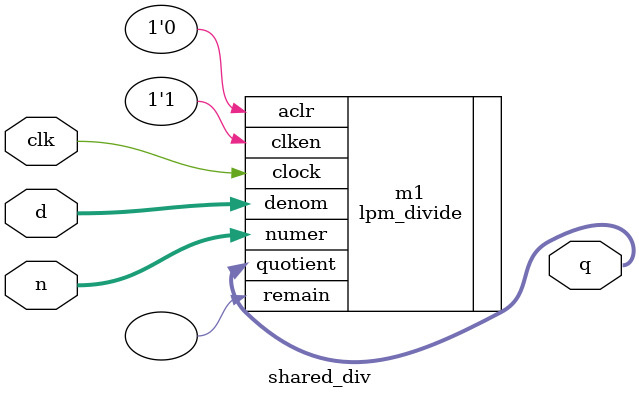
<source format=sv>

module shared_div (
	input clk,
	input [47:0] n, d,
	output [47:0] q
);
	lpm_divide #(
		.lpm_pipeline(30),
		.lpm_widthn(48),
		.lpm_widthd(48),
		.lpm_hint("LPM_REMAINDERPOSITIVE=FALSE")
	) m1 (.clock(clk), .numer(n), .denom(d),
		.quotient(q), .remain(), .aclr(1'b0), .clken(1'b1));
endmodule

</source>
